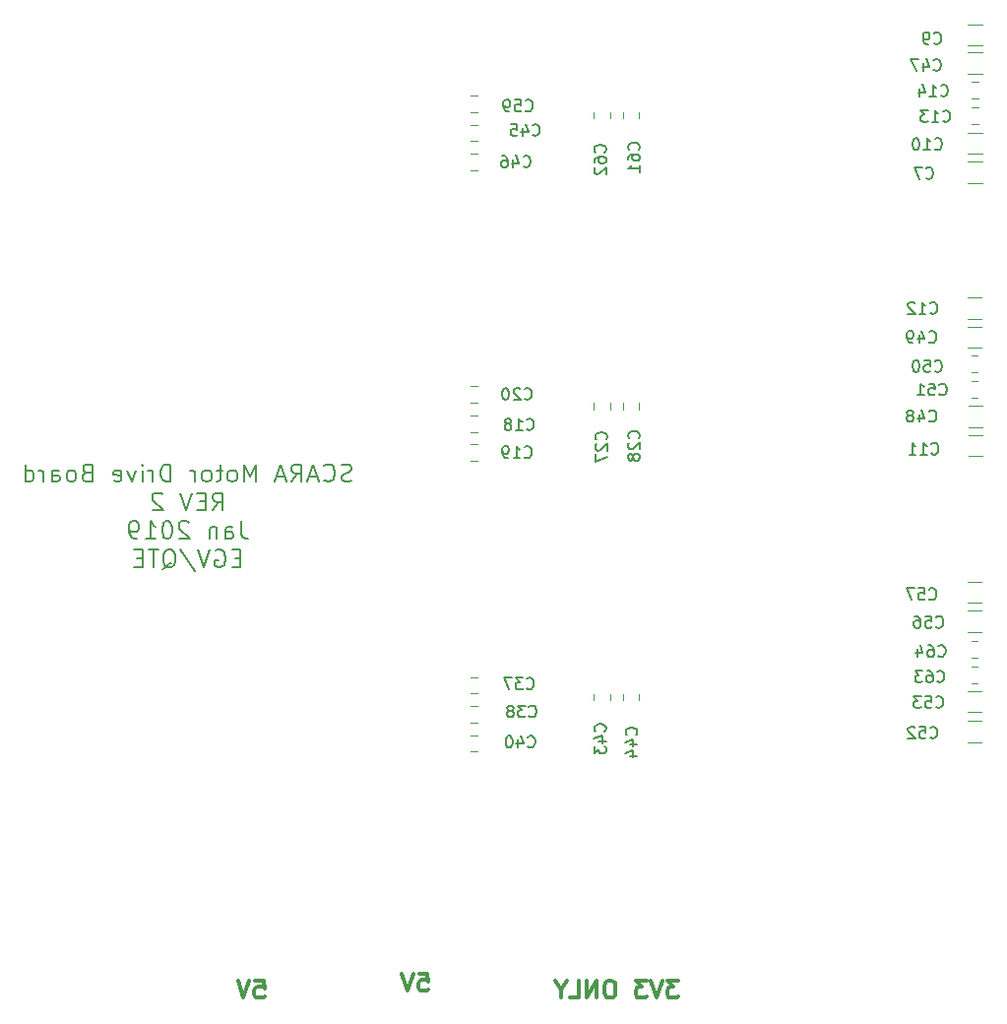
<source format=gbr>
G04 #@! TF.GenerationSoftware,KiCad,Pcbnew,5.0.2+dfsg1-1~bpo9+1*
G04 #@! TF.CreationDate,2020-01-12T11:13:13-05:00*
G04 #@! TF.ProjectId,SCARAMotorFeedbackController,53434152-414d-46f7-946f-724665656462,rev?*
G04 #@! TF.SameCoordinates,Original*
G04 #@! TF.FileFunction,Legend,Bot*
G04 #@! TF.FilePolarity,Positive*
%FSLAX46Y46*%
G04 Gerber Fmt 4.6, Leading zero omitted, Abs format (unit mm)*
G04 Created by KiCad (PCBNEW 5.0.2+dfsg1-1~bpo9+1) date Sun 12 Jan 2020 11:13:13 AM EST*
%MOMM*%
%LPD*%
G01*
G04 APERTURE LIST*
%ADD10C,0.300000*%
%ADD11C,0.200000*%
%ADD12C,0.120000*%
%ADD13C,0.150000*%
G04 APERTURE END LIST*
D10*
X31885714Y8021428D02*
X32600000Y8021428D01*
X32671428Y7307142D01*
X32600000Y7378571D01*
X32457142Y7450000D01*
X32100000Y7450000D01*
X31957142Y7378571D01*
X31885714Y7307142D01*
X31814285Y7164285D01*
X31814285Y6807142D01*
X31885714Y6664285D01*
X31957142Y6592857D01*
X32100000Y6521428D01*
X32457142Y6521428D01*
X32600000Y6592857D01*
X32671428Y6664285D01*
X31385714Y8021428D02*
X30885714Y6521428D01*
X30385714Y8021428D01*
X45985714Y8621428D02*
X46700000Y8621428D01*
X46771428Y7907142D01*
X46700000Y7978571D01*
X46557142Y8050000D01*
X46200000Y8050000D01*
X46057142Y7978571D01*
X45985714Y7907142D01*
X45914285Y7764285D01*
X45914285Y7407142D01*
X45985714Y7264285D01*
X46057142Y7192857D01*
X46200000Y7121428D01*
X46557142Y7121428D01*
X46700000Y7192857D01*
X46771428Y7264285D01*
X45485714Y8621428D02*
X44985714Y7121428D01*
X44485714Y8621428D01*
X68250000Y8021428D02*
X67321428Y8021428D01*
X67821428Y7450000D01*
X67607142Y7450000D01*
X67464285Y7378571D01*
X67392857Y7307142D01*
X67321428Y7164285D01*
X67321428Y6807142D01*
X67392857Y6664285D01*
X67464285Y6592857D01*
X67607142Y6521428D01*
X68035714Y6521428D01*
X68178571Y6592857D01*
X68250000Y6664285D01*
X66892857Y8021428D02*
X66392857Y6521428D01*
X65892857Y8021428D01*
X65535714Y8021428D02*
X64607142Y8021428D01*
X65107142Y7450000D01*
X64892857Y7450000D01*
X64750000Y7378571D01*
X64678571Y7307142D01*
X64607142Y7164285D01*
X64607142Y6807142D01*
X64678571Y6664285D01*
X64750000Y6592857D01*
X64892857Y6521428D01*
X65321428Y6521428D01*
X65464285Y6592857D01*
X65535714Y6664285D01*
X62535714Y8021428D02*
X62250000Y8021428D01*
X62107142Y7950000D01*
X61964285Y7807142D01*
X61892857Y7521428D01*
X61892857Y7021428D01*
X61964285Y6735714D01*
X62107142Y6592857D01*
X62250000Y6521428D01*
X62535714Y6521428D01*
X62678571Y6592857D01*
X62821428Y6735714D01*
X62892857Y7021428D01*
X62892857Y7521428D01*
X62821428Y7807142D01*
X62678571Y7950000D01*
X62535714Y8021428D01*
X61250000Y6521428D02*
X61250000Y8021428D01*
X60392857Y6521428D01*
X60392857Y8021428D01*
X58964285Y6521428D02*
X59678571Y6521428D01*
X59678571Y8021428D01*
X58178571Y7235714D02*
X58178571Y6521428D01*
X58678571Y8021428D02*
X58178571Y7235714D01*
X57678571Y8021428D01*
D11*
X40171428Y50967857D02*
X39957142Y50896428D01*
X39600000Y50896428D01*
X39457142Y50967857D01*
X39385714Y51039285D01*
X39314285Y51182142D01*
X39314285Y51325000D01*
X39385714Y51467857D01*
X39457142Y51539285D01*
X39600000Y51610714D01*
X39885714Y51682142D01*
X40028571Y51753571D01*
X40100000Y51825000D01*
X40171428Y51967857D01*
X40171428Y52110714D01*
X40100000Y52253571D01*
X40028571Y52325000D01*
X39885714Y52396428D01*
X39528571Y52396428D01*
X39314285Y52325000D01*
X37814285Y51039285D02*
X37885714Y50967857D01*
X38100000Y50896428D01*
X38242857Y50896428D01*
X38457142Y50967857D01*
X38600000Y51110714D01*
X38671428Y51253571D01*
X38742857Y51539285D01*
X38742857Y51753571D01*
X38671428Y52039285D01*
X38600000Y52182142D01*
X38457142Y52325000D01*
X38242857Y52396428D01*
X38100000Y52396428D01*
X37885714Y52325000D01*
X37814285Y52253571D01*
X37242857Y51325000D02*
X36528571Y51325000D01*
X37385714Y50896428D02*
X36885714Y52396428D01*
X36385714Y50896428D01*
X35028571Y50896428D02*
X35528571Y51610714D01*
X35885714Y50896428D02*
X35885714Y52396428D01*
X35314285Y52396428D01*
X35171428Y52325000D01*
X35100000Y52253571D01*
X35028571Y52110714D01*
X35028571Y51896428D01*
X35100000Y51753571D01*
X35171428Y51682142D01*
X35314285Y51610714D01*
X35885714Y51610714D01*
X34457142Y51325000D02*
X33742857Y51325000D01*
X34600000Y50896428D02*
X34100000Y52396428D01*
X33600000Y50896428D01*
X31957142Y50896428D02*
X31957142Y52396428D01*
X31457142Y51325000D01*
X30957142Y52396428D01*
X30957142Y50896428D01*
X30028571Y50896428D02*
X30171428Y50967857D01*
X30242857Y51039285D01*
X30314285Y51182142D01*
X30314285Y51610714D01*
X30242857Y51753571D01*
X30171428Y51825000D01*
X30028571Y51896428D01*
X29814285Y51896428D01*
X29671428Y51825000D01*
X29600000Y51753571D01*
X29528571Y51610714D01*
X29528571Y51182142D01*
X29600000Y51039285D01*
X29671428Y50967857D01*
X29814285Y50896428D01*
X30028571Y50896428D01*
X29100000Y51896428D02*
X28528571Y51896428D01*
X28885714Y52396428D02*
X28885714Y51110714D01*
X28814285Y50967857D01*
X28671428Y50896428D01*
X28528571Y50896428D01*
X27814285Y50896428D02*
X27957142Y50967857D01*
X28028571Y51039285D01*
X28100000Y51182142D01*
X28100000Y51610714D01*
X28028571Y51753571D01*
X27957142Y51825000D01*
X27814285Y51896428D01*
X27600000Y51896428D01*
X27457142Y51825000D01*
X27385714Y51753571D01*
X27314285Y51610714D01*
X27314285Y51182142D01*
X27385714Y51039285D01*
X27457142Y50967857D01*
X27600000Y50896428D01*
X27814285Y50896428D01*
X26671428Y50896428D02*
X26671428Y51896428D01*
X26671428Y51610714D02*
X26600000Y51753571D01*
X26528571Y51825000D01*
X26385714Y51896428D01*
X26242857Y51896428D01*
X24600000Y50896428D02*
X24600000Y52396428D01*
X24242857Y52396428D01*
X24028571Y52325000D01*
X23885714Y52182142D01*
X23814285Y52039285D01*
X23742857Y51753571D01*
X23742857Y51539285D01*
X23814285Y51253571D01*
X23885714Y51110714D01*
X24028571Y50967857D01*
X24242857Y50896428D01*
X24600000Y50896428D01*
X23100000Y50896428D02*
X23100000Y51896428D01*
X23100000Y51610714D02*
X23028571Y51753571D01*
X22957142Y51825000D01*
X22814285Y51896428D01*
X22671428Y51896428D01*
X22171428Y50896428D02*
X22171428Y51896428D01*
X22171428Y52396428D02*
X22242857Y52325000D01*
X22171428Y52253571D01*
X22100000Y52325000D01*
X22171428Y52396428D01*
X22171428Y52253571D01*
X21600000Y51896428D02*
X21242857Y50896428D01*
X20885714Y51896428D01*
X19742857Y50967857D02*
X19885714Y50896428D01*
X20171428Y50896428D01*
X20314285Y50967857D01*
X20385714Y51110714D01*
X20385714Y51682142D01*
X20314285Y51825000D01*
X20171428Y51896428D01*
X19885714Y51896428D01*
X19742857Y51825000D01*
X19671428Y51682142D01*
X19671428Y51539285D01*
X20385714Y51396428D01*
X17385714Y51682142D02*
X17171428Y51610714D01*
X17100000Y51539285D01*
X17028571Y51396428D01*
X17028571Y51182142D01*
X17100000Y51039285D01*
X17171428Y50967857D01*
X17314285Y50896428D01*
X17885714Y50896428D01*
X17885714Y52396428D01*
X17385714Y52396428D01*
X17242857Y52325000D01*
X17171428Y52253571D01*
X17100000Y52110714D01*
X17100000Y51967857D01*
X17171428Y51825000D01*
X17242857Y51753571D01*
X17385714Y51682142D01*
X17885714Y51682142D01*
X16171428Y50896428D02*
X16314285Y50967857D01*
X16385714Y51039285D01*
X16457142Y51182142D01*
X16457142Y51610714D01*
X16385714Y51753571D01*
X16314285Y51825000D01*
X16171428Y51896428D01*
X15957142Y51896428D01*
X15814285Y51825000D01*
X15742857Y51753571D01*
X15671428Y51610714D01*
X15671428Y51182142D01*
X15742857Y51039285D01*
X15814285Y50967857D01*
X15957142Y50896428D01*
X16171428Y50896428D01*
X14385714Y50896428D02*
X14385714Y51682142D01*
X14457142Y51825000D01*
X14600000Y51896428D01*
X14885714Y51896428D01*
X15028571Y51825000D01*
X14385714Y50967857D02*
X14528571Y50896428D01*
X14885714Y50896428D01*
X15028571Y50967857D01*
X15100000Y51110714D01*
X15100000Y51253571D01*
X15028571Y51396428D01*
X14885714Y51467857D01*
X14528571Y51467857D01*
X14385714Y51539285D01*
X13671428Y50896428D02*
X13671428Y51896428D01*
X13671428Y51610714D02*
X13600000Y51753571D01*
X13528571Y51825000D01*
X13385714Y51896428D01*
X13242857Y51896428D01*
X12100000Y50896428D02*
X12100000Y52396428D01*
X12100000Y50967857D02*
X12242857Y50896428D01*
X12528571Y50896428D01*
X12671428Y50967857D01*
X12742857Y51039285D01*
X12814285Y51182142D01*
X12814285Y51610714D01*
X12742857Y51753571D01*
X12671428Y51825000D01*
X12528571Y51896428D01*
X12242857Y51896428D01*
X12100000Y51825000D01*
X28242857Y48446428D02*
X28742857Y49160714D01*
X29100000Y48446428D02*
X29100000Y49946428D01*
X28528571Y49946428D01*
X28385714Y49875000D01*
X28314285Y49803571D01*
X28242857Y49660714D01*
X28242857Y49446428D01*
X28314285Y49303571D01*
X28385714Y49232142D01*
X28528571Y49160714D01*
X29100000Y49160714D01*
X27600000Y49232142D02*
X27100000Y49232142D01*
X26885714Y48446428D02*
X27600000Y48446428D01*
X27600000Y49946428D01*
X26885714Y49946428D01*
X26457142Y49946428D02*
X25957142Y48446428D01*
X25457142Y49946428D01*
X23885714Y49803571D02*
X23814285Y49875000D01*
X23671428Y49946428D01*
X23314285Y49946428D01*
X23171428Y49875000D01*
X23100000Y49803571D01*
X23028571Y49660714D01*
X23028571Y49517857D01*
X23100000Y49303571D01*
X23957142Y48446428D01*
X23028571Y48446428D01*
X30671428Y47496428D02*
X30671428Y46425000D01*
X30742857Y46210714D01*
X30885714Y46067857D01*
X31100000Y45996428D01*
X31242857Y45996428D01*
X29314285Y45996428D02*
X29314285Y46782142D01*
X29385714Y46925000D01*
X29528571Y46996428D01*
X29814285Y46996428D01*
X29957142Y46925000D01*
X29314285Y46067857D02*
X29457142Y45996428D01*
X29814285Y45996428D01*
X29957142Y46067857D01*
X30028571Y46210714D01*
X30028571Y46353571D01*
X29957142Y46496428D01*
X29814285Y46567857D01*
X29457142Y46567857D01*
X29314285Y46639285D01*
X28600000Y46996428D02*
X28600000Y45996428D01*
X28600000Y46853571D02*
X28528571Y46925000D01*
X28385714Y46996428D01*
X28171428Y46996428D01*
X28028571Y46925000D01*
X27957142Y46782142D01*
X27957142Y45996428D01*
X26171428Y47353571D02*
X26100000Y47425000D01*
X25957142Y47496428D01*
X25600000Y47496428D01*
X25457142Y47425000D01*
X25385714Y47353571D01*
X25314285Y47210714D01*
X25314285Y47067857D01*
X25385714Y46853571D01*
X26242857Y45996428D01*
X25314285Y45996428D01*
X24385714Y47496428D02*
X24242857Y47496428D01*
X24100000Y47425000D01*
X24028571Y47353571D01*
X23957142Y47210714D01*
X23885714Y46925000D01*
X23885714Y46567857D01*
X23957142Y46282142D01*
X24028571Y46139285D01*
X24100000Y46067857D01*
X24242857Y45996428D01*
X24385714Y45996428D01*
X24528571Y46067857D01*
X24600000Y46139285D01*
X24671428Y46282142D01*
X24742857Y46567857D01*
X24742857Y46925000D01*
X24671428Y47210714D01*
X24600000Y47353571D01*
X24528571Y47425000D01*
X24385714Y47496428D01*
X22457142Y45996428D02*
X23314285Y45996428D01*
X22885714Y45996428D02*
X22885714Y47496428D01*
X23028571Y47282142D01*
X23171428Y47139285D01*
X23314285Y47067857D01*
X21742857Y45996428D02*
X21457142Y45996428D01*
X21314285Y46067857D01*
X21242857Y46139285D01*
X21100000Y46353571D01*
X21028571Y46639285D01*
X21028571Y47210714D01*
X21100000Y47353571D01*
X21171428Y47425000D01*
X21314285Y47496428D01*
X21600000Y47496428D01*
X21742857Y47425000D01*
X21814285Y47353571D01*
X21885714Y47210714D01*
X21885714Y46853571D01*
X21814285Y46710714D01*
X21742857Y46639285D01*
X21600000Y46567857D01*
X21314285Y46567857D01*
X21171428Y46639285D01*
X21100000Y46710714D01*
X21028571Y46853571D01*
X30635714Y44332142D02*
X30135714Y44332142D01*
X29921428Y43546428D02*
X30635714Y43546428D01*
X30635714Y45046428D01*
X29921428Y45046428D01*
X28492857Y44975000D02*
X28635714Y45046428D01*
X28850000Y45046428D01*
X29064285Y44975000D01*
X29207142Y44832142D01*
X29278571Y44689285D01*
X29350000Y44403571D01*
X29350000Y44189285D01*
X29278571Y43903571D01*
X29207142Y43760714D01*
X29064285Y43617857D01*
X28850000Y43546428D01*
X28707142Y43546428D01*
X28492857Y43617857D01*
X28421428Y43689285D01*
X28421428Y44189285D01*
X28707142Y44189285D01*
X27992857Y45046428D02*
X27492857Y43546428D01*
X26992857Y45046428D01*
X25421428Y45117857D02*
X26707142Y43189285D01*
X23921428Y43403571D02*
X24064285Y43475000D01*
X24207142Y43617857D01*
X24421428Y43832142D01*
X24564285Y43903571D01*
X24707142Y43903571D01*
X24635714Y43546428D02*
X24778571Y43617857D01*
X24921428Y43760714D01*
X24992857Y44046428D01*
X24992857Y44546428D01*
X24921428Y44832142D01*
X24778571Y44975000D01*
X24635714Y45046428D01*
X24350000Y45046428D01*
X24207142Y44975000D01*
X24064285Y44832142D01*
X23992857Y44546428D01*
X23992857Y44046428D01*
X24064285Y43760714D01*
X24207142Y43617857D01*
X24350000Y43546428D01*
X24635714Y43546428D01*
X23564285Y45046428D02*
X22707142Y45046428D01*
X23135714Y43546428D02*
X23135714Y45046428D01*
X22207142Y44332142D02*
X21707142Y44332142D01*
X21492857Y43546428D02*
X22207142Y43546428D01*
X22207142Y45046428D01*
X21492857Y45046428D01*
D12*
G04 #@! TO.C,C18*
X50961252Y55190000D02*
X50438748Y55190000D01*
X50961252Y56610000D02*
X50438748Y56610000D01*
G04 #@! TO.C,C59*
X50961252Y82690000D02*
X50438748Y82690000D01*
X50961252Y84110000D02*
X50438748Y84110000D01*
G04 #@! TO.C,C61*
X64910000Y82138748D02*
X64910000Y82661252D01*
X63490000Y82138748D02*
X63490000Y82661252D01*
G04 #@! TO.C,C62*
X62410000Y82138748D02*
X62410000Y82661252D01*
X60990000Y82138748D02*
X60990000Y82661252D01*
G04 #@! TO.C,C20*
X50961252Y57690000D02*
X50438748Y57690000D01*
X50961252Y59110000D02*
X50438748Y59110000D01*
G04 #@! TO.C,C27*
X62410000Y57138748D02*
X62410000Y57661252D01*
X60990000Y57138748D02*
X60990000Y57661252D01*
G04 #@! TO.C,C28*
X63490000Y57138748D02*
X63490000Y57661252D01*
X64910000Y57138748D02*
X64910000Y57661252D01*
G04 #@! TO.C,C40*
X50961252Y27690000D02*
X50438748Y27690000D01*
X50961252Y29110000D02*
X50438748Y29110000D01*
G04 #@! TO.C,C43*
X62410000Y32138748D02*
X62410000Y32661252D01*
X60990000Y32138748D02*
X60990000Y32661252D01*
G04 #@! TO.C,C44*
X63490000Y32138748D02*
X63490000Y32661252D01*
X64910000Y32138748D02*
X64910000Y32661252D01*
G04 #@! TO.C,C45*
X50961252Y81610000D02*
X50438748Y81610000D01*
X50961252Y80190000D02*
X50438748Y80190000D01*
G04 #@! TO.C,C46*
X50961252Y77690000D02*
X50438748Y77690000D01*
X50961252Y79110000D02*
X50438748Y79110000D01*
G04 #@! TO.C,C37*
X50961252Y32690000D02*
X50438748Y32690000D01*
X50961252Y34110000D02*
X50438748Y34110000D01*
G04 #@! TO.C,C38*
X50961252Y31610000D02*
X50438748Y31610000D01*
X50961252Y30190000D02*
X50438748Y30190000D01*
G04 #@! TO.C,C19*
X50961252Y54110000D02*
X50438748Y54110000D01*
X50961252Y52690000D02*
X50438748Y52690000D01*
G04 #@! TO.C,C13*
X93538748Y81690000D02*
X94061252Y81690000D01*
X93538748Y83110000D02*
X94061252Y83110000D01*
G04 #@! TO.C,C14*
X93538748Y85310000D02*
X94061252Y85310000D01*
X93538748Y83890000D02*
X94061252Y83890000D01*
G04 #@! TO.C,C7*
X93192765Y76590000D02*
X94396893Y76590000D01*
X93192765Y78410000D02*
X94396893Y78410000D01*
G04 #@! TO.C,C9*
X93192765Y90210000D02*
X94396893Y90210000D01*
X93192765Y88390000D02*
X94396893Y88390000D01*
G04 #@! TO.C,C10*
X93192765Y79090000D02*
X94396893Y79090000D01*
X93192765Y80910000D02*
X94396893Y80910000D01*
G04 #@! TO.C,C47*
X93197936Y87810000D02*
X94402064Y87810000D01*
X93197936Y85990000D02*
X94402064Y85990000D01*
G04 #@! TO.C,C11*
X93245811Y53107683D02*
X94449939Y53107683D01*
X93245811Y54927683D02*
X94449939Y54927683D01*
G04 #@! TO.C,C12*
X93145811Y66727683D02*
X94349939Y66727683D01*
X93145811Y64907683D02*
X94349939Y64907683D01*
G04 #@! TO.C,C48*
X93245811Y55607683D02*
X94449939Y55607683D01*
X93245811Y57427683D02*
X94449939Y57427683D01*
G04 #@! TO.C,C49*
X93145811Y64227683D02*
X94349939Y64227683D01*
X93145811Y62407683D02*
X94349939Y62407683D01*
G04 #@! TO.C,C50*
X93486623Y60307683D02*
X94009127Y60307683D01*
X93486623Y61727683D02*
X94009127Y61727683D01*
G04 #@! TO.C,C51*
X93486623Y59527683D02*
X94009127Y59527683D01*
X93486623Y58107683D02*
X94009127Y58107683D01*
G04 #@! TO.C,C52*
X93152638Y28508844D02*
X94356766Y28508844D01*
X93152638Y30328844D02*
X94356766Y30328844D01*
G04 #@! TO.C,C53*
X93152638Y32928844D02*
X94356766Y32928844D01*
X93152638Y31108844D02*
X94356766Y31108844D01*
G04 #@! TO.C,C56*
X93152638Y38008844D02*
X94356766Y38008844D01*
X93152638Y39828844D02*
X94356766Y39828844D01*
G04 #@! TO.C,C57*
X93152638Y42328844D02*
X94356766Y42328844D01*
X93152638Y40508844D02*
X94356766Y40508844D01*
G04 #@! TO.C,C63*
X93493450Y33608844D02*
X94015954Y33608844D01*
X93493450Y35028844D02*
X94015954Y35028844D01*
G04 #@! TO.C,C64*
X93493450Y37228844D02*
X94015954Y37228844D01*
X93493450Y35808844D02*
X94015954Y35808844D01*
G04 #@! TO.C,C18*
D13*
X55242857Y55442857D02*
X55290476Y55395238D01*
X55433333Y55347619D01*
X55528571Y55347619D01*
X55671428Y55395238D01*
X55766666Y55490476D01*
X55814285Y55585714D01*
X55861904Y55776190D01*
X55861904Y55919047D01*
X55814285Y56109523D01*
X55766666Y56204761D01*
X55671428Y56300000D01*
X55528571Y56347619D01*
X55433333Y56347619D01*
X55290476Y56300000D01*
X55242857Y56252380D01*
X54290476Y55347619D02*
X54861904Y55347619D01*
X54576190Y55347619D02*
X54576190Y56347619D01*
X54671428Y56204761D01*
X54766666Y56109523D01*
X54861904Y56061904D01*
X53719047Y55919047D02*
X53814285Y55966666D01*
X53861904Y56014285D01*
X53909523Y56109523D01*
X53909523Y56157142D01*
X53861904Y56252380D01*
X53814285Y56300000D01*
X53719047Y56347619D01*
X53528571Y56347619D01*
X53433333Y56300000D01*
X53385714Y56252380D01*
X53338095Y56157142D01*
X53338095Y56109523D01*
X53385714Y56014285D01*
X53433333Y55966666D01*
X53528571Y55919047D01*
X53719047Y55919047D01*
X53814285Y55871428D01*
X53861904Y55823809D01*
X53909523Y55728571D01*
X53909523Y55538095D01*
X53861904Y55442857D01*
X53814285Y55395238D01*
X53719047Y55347619D01*
X53528571Y55347619D01*
X53433333Y55395238D01*
X53385714Y55442857D01*
X53338095Y55538095D01*
X53338095Y55728571D01*
X53385714Y55823809D01*
X53433333Y55871428D01*
X53528571Y55919047D01*
G04 #@! TO.C,C59*
X55142857Y82842857D02*
X55190476Y82795238D01*
X55333333Y82747619D01*
X55428571Y82747619D01*
X55571428Y82795238D01*
X55666666Y82890476D01*
X55714285Y82985714D01*
X55761904Y83176190D01*
X55761904Y83319047D01*
X55714285Y83509523D01*
X55666666Y83604761D01*
X55571428Y83700000D01*
X55428571Y83747619D01*
X55333333Y83747619D01*
X55190476Y83700000D01*
X55142857Y83652380D01*
X54238095Y83747619D02*
X54714285Y83747619D01*
X54761904Y83271428D01*
X54714285Y83319047D01*
X54619047Y83366666D01*
X54380952Y83366666D01*
X54285714Y83319047D01*
X54238095Y83271428D01*
X54190476Y83176190D01*
X54190476Y82938095D01*
X54238095Y82842857D01*
X54285714Y82795238D01*
X54380952Y82747619D01*
X54619047Y82747619D01*
X54714285Y82795238D01*
X54761904Y82842857D01*
X53714285Y82747619D02*
X53523809Y82747619D01*
X53428571Y82795238D01*
X53380952Y82842857D01*
X53285714Y82985714D01*
X53238095Y83176190D01*
X53238095Y83557142D01*
X53285714Y83652380D01*
X53333333Y83700000D01*
X53428571Y83747619D01*
X53619047Y83747619D01*
X53714285Y83700000D01*
X53761904Y83652380D01*
X53809523Y83557142D01*
X53809523Y83319047D01*
X53761904Y83223809D01*
X53714285Y83176190D01*
X53619047Y83128571D01*
X53428571Y83128571D01*
X53333333Y83176190D01*
X53285714Y83223809D01*
X53238095Y83319047D01*
G04 #@! TO.C,C61*
X64857142Y79442857D02*
X64904761Y79490476D01*
X64952380Y79633333D01*
X64952380Y79728571D01*
X64904761Y79871428D01*
X64809523Y79966666D01*
X64714285Y80014285D01*
X64523809Y80061904D01*
X64380952Y80061904D01*
X64190476Y80014285D01*
X64095238Y79966666D01*
X64000000Y79871428D01*
X63952380Y79728571D01*
X63952380Y79633333D01*
X64000000Y79490476D01*
X64047619Y79442857D01*
X63952380Y78585714D02*
X63952380Y78776190D01*
X64000000Y78871428D01*
X64047619Y78919047D01*
X64190476Y79014285D01*
X64380952Y79061904D01*
X64761904Y79061904D01*
X64857142Y79014285D01*
X64904761Y78966666D01*
X64952380Y78871428D01*
X64952380Y78680952D01*
X64904761Y78585714D01*
X64857142Y78538095D01*
X64761904Y78490476D01*
X64523809Y78490476D01*
X64428571Y78538095D01*
X64380952Y78585714D01*
X64333333Y78680952D01*
X64333333Y78871428D01*
X64380952Y78966666D01*
X64428571Y79014285D01*
X64523809Y79061904D01*
X64952380Y77538095D02*
X64952380Y78109523D01*
X64952380Y77823809D02*
X63952380Y77823809D01*
X64095238Y77919047D01*
X64190476Y78014285D01*
X64238095Y78109523D01*
G04 #@! TO.C,C62*
X61957142Y79242857D02*
X62004761Y79290476D01*
X62052380Y79433333D01*
X62052380Y79528571D01*
X62004761Y79671428D01*
X61909523Y79766666D01*
X61814285Y79814285D01*
X61623809Y79861904D01*
X61480952Y79861904D01*
X61290476Y79814285D01*
X61195238Y79766666D01*
X61100000Y79671428D01*
X61052380Y79528571D01*
X61052380Y79433333D01*
X61100000Y79290476D01*
X61147619Y79242857D01*
X61052380Y78385714D02*
X61052380Y78576190D01*
X61100000Y78671428D01*
X61147619Y78719047D01*
X61290476Y78814285D01*
X61480952Y78861904D01*
X61861904Y78861904D01*
X61957142Y78814285D01*
X62004761Y78766666D01*
X62052380Y78671428D01*
X62052380Y78480952D01*
X62004761Y78385714D01*
X61957142Y78338095D01*
X61861904Y78290476D01*
X61623809Y78290476D01*
X61528571Y78338095D01*
X61480952Y78385714D01*
X61433333Y78480952D01*
X61433333Y78671428D01*
X61480952Y78766666D01*
X61528571Y78814285D01*
X61623809Y78861904D01*
X61147619Y77909523D02*
X61100000Y77861904D01*
X61052380Y77766666D01*
X61052380Y77528571D01*
X61100000Y77433333D01*
X61147619Y77385714D01*
X61242857Y77338095D01*
X61338095Y77338095D01*
X61480952Y77385714D01*
X62052380Y77957142D01*
X62052380Y77338095D01*
G04 #@! TO.C,C20*
X55042857Y58042857D02*
X55090476Y57995238D01*
X55233333Y57947619D01*
X55328571Y57947619D01*
X55471428Y57995238D01*
X55566666Y58090476D01*
X55614285Y58185714D01*
X55661904Y58376190D01*
X55661904Y58519047D01*
X55614285Y58709523D01*
X55566666Y58804761D01*
X55471428Y58900000D01*
X55328571Y58947619D01*
X55233333Y58947619D01*
X55090476Y58900000D01*
X55042857Y58852380D01*
X54661904Y58852380D02*
X54614285Y58900000D01*
X54519047Y58947619D01*
X54280952Y58947619D01*
X54185714Y58900000D01*
X54138095Y58852380D01*
X54090476Y58757142D01*
X54090476Y58661904D01*
X54138095Y58519047D01*
X54709523Y57947619D01*
X54090476Y57947619D01*
X53471428Y58947619D02*
X53376190Y58947619D01*
X53280952Y58900000D01*
X53233333Y58852380D01*
X53185714Y58757142D01*
X53138095Y58566666D01*
X53138095Y58328571D01*
X53185714Y58138095D01*
X53233333Y58042857D01*
X53280952Y57995238D01*
X53376190Y57947619D01*
X53471428Y57947619D01*
X53566666Y57995238D01*
X53614285Y58042857D01*
X53661904Y58138095D01*
X53709523Y58328571D01*
X53709523Y58566666D01*
X53661904Y58757142D01*
X53614285Y58852380D01*
X53566666Y58900000D01*
X53471428Y58947619D01*
G04 #@! TO.C,C27*
X62057142Y54542857D02*
X62104761Y54590476D01*
X62152380Y54733333D01*
X62152380Y54828571D01*
X62104761Y54971428D01*
X62009523Y55066666D01*
X61914285Y55114285D01*
X61723809Y55161904D01*
X61580952Y55161904D01*
X61390476Y55114285D01*
X61295238Y55066666D01*
X61200000Y54971428D01*
X61152380Y54828571D01*
X61152380Y54733333D01*
X61200000Y54590476D01*
X61247619Y54542857D01*
X61247619Y54161904D02*
X61200000Y54114285D01*
X61152380Y54019047D01*
X61152380Y53780952D01*
X61200000Y53685714D01*
X61247619Y53638095D01*
X61342857Y53590476D01*
X61438095Y53590476D01*
X61580952Y53638095D01*
X62152380Y54209523D01*
X62152380Y53590476D01*
X61152380Y53257142D02*
X61152380Y52590476D01*
X62152380Y53019047D01*
G04 #@! TO.C,C28*
X64857142Y54642857D02*
X64904761Y54690476D01*
X64952380Y54833333D01*
X64952380Y54928571D01*
X64904761Y55071428D01*
X64809523Y55166666D01*
X64714285Y55214285D01*
X64523809Y55261904D01*
X64380952Y55261904D01*
X64190476Y55214285D01*
X64095238Y55166666D01*
X64000000Y55071428D01*
X63952380Y54928571D01*
X63952380Y54833333D01*
X64000000Y54690476D01*
X64047619Y54642857D01*
X64047619Y54261904D02*
X64000000Y54214285D01*
X63952380Y54119047D01*
X63952380Y53880952D01*
X64000000Y53785714D01*
X64047619Y53738095D01*
X64142857Y53690476D01*
X64238095Y53690476D01*
X64380952Y53738095D01*
X64952380Y54309523D01*
X64952380Y53690476D01*
X64380952Y53119047D02*
X64333333Y53214285D01*
X64285714Y53261904D01*
X64190476Y53309523D01*
X64142857Y53309523D01*
X64047619Y53261904D01*
X64000000Y53214285D01*
X63952380Y53119047D01*
X63952380Y52928571D01*
X64000000Y52833333D01*
X64047619Y52785714D01*
X64142857Y52738095D01*
X64190476Y52738095D01*
X64285714Y52785714D01*
X64333333Y52833333D01*
X64380952Y52928571D01*
X64380952Y53119047D01*
X64428571Y53214285D01*
X64476190Y53261904D01*
X64571428Y53309523D01*
X64761904Y53309523D01*
X64857142Y53261904D01*
X64904761Y53214285D01*
X64952380Y53119047D01*
X64952380Y52928571D01*
X64904761Y52833333D01*
X64857142Y52785714D01*
X64761904Y52738095D01*
X64571428Y52738095D01*
X64476190Y52785714D01*
X64428571Y52833333D01*
X64380952Y52928571D01*
G04 #@! TO.C,C40*
X55342857Y28142857D02*
X55390476Y28095238D01*
X55533333Y28047619D01*
X55628571Y28047619D01*
X55771428Y28095238D01*
X55866666Y28190476D01*
X55914285Y28285714D01*
X55961904Y28476190D01*
X55961904Y28619047D01*
X55914285Y28809523D01*
X55866666Y28904761D01*
X55771428Y29000000D01*
X55628571Y29047619D01*
X55533333Y29047619D01*
X55390476Y29000000D01*
X55342857Y28952380D01*
X54485714Y28714285D02*
X54485714Y28047619D01*
X54723809Y29095238D02*
X54961904Y28380952D01*
X54342857Y28380952D01*
X53771428Y29047619D02*
X53676190Y29047619D01*
X53580952Y29000000D01*
X53533333Y28952380D01*
X53485714Y28857142D01*
X53438095Y28666666D01*
X53438095Y28428571D01*
X53485714Y28238095D01*
X53533333Y28142857D01*
X53580952Y28095238D01*
X53676190Y28047619D01*
X53771428Y28047619D01*
X53866666Y28095238D01*
X53914285Y28142857D01*
X53961904Y28238095D01*
X54009523Y28428571D01*
X54009523Y28666666D01*
X53961904Y28857142D01*
X53914285Y28952380D01*
X53866666Y29000000D01*
X53771428Y29047619D01*
G04 #@! TO.C,C43*
X61957142Y29442857D02*
X62004761Y29490476D01*
X62052380Y29633333D01*
X62052380Y29728571D01*
X62004761Y29871428D01*
X61909523Y29966666D01*
X61814285Y30014285D01*
X61623809Y30061904D01*
X61480952Y30061904D01*
X61290476Y30014285D01*
X61195238Y29966666D01*
X61100000Y29871428D01*
X61052380Y29728571D01*
X61052380Y29633333D01*
X61100000Y29490476D01*
X61147619Y29442857D01*
X61385714Y28585714D02*
X62052380Y28585714D01*
X61004761Y28823809D02*
X61719047Y29061904D01*
X61719047Y28442857D01*
X61052380Y28157142D02*
X61052380Y27538095D01*
X61433333Y27871428D01*
X61433333Y27728571D01*
X61480952Y27633333D01*
X61528571Y27585714D01*
X61623809Y27538095D01*
X61861904Y27538095D01*
X61957142Y27585714D01*
X62004761Y27633333D01*
X62052380Y27728571D01*
X62052380Y28014285D01*
X62004761Y28109523D01*
X61957142Y28157142D01*
G04 #@! TO.C,C44*
X64657142Y29142857D02*
X64704761Y29190476D01*
X64752380Y29333333D01*
X64752380Y29428571D01*
X64704761Y29571428D01*
X64609523Y29666666D01*
X64514285Y29714285D01*
X64323809Y29761904D01*
X64180952Y29761904D01*
X63990476Y29714285D01*
X63895238Y29666666D01*
X63800000Y29571428D01*
X63752380Y29428571D01*
X63752380Y29333333D01*
X63800000Y29190476D01*
X63847619Y29142857D01*
X64085714Y28285714D02*
X64752380Y28285714D01*
X63704761Y28523809D02*
X64419047Y28761904D01*
X64419047Y28142857D01*
X64085714Y27333333D02*
X64752380Y27333333D01*
X63704761Y27571428D02*
X64419047Y27809523D01*
X64419047Y27190476D01*
G04 #@! TO.C,C45*
X55742857Y80742857D02*
X55790476Y80695238D01*
X55933333Y80647619D01*
X56028571Y80647619D01*
X56171428Y80695238D01*
X56266666Y80790476D01*
X56314285Y80885714D01*
X56361904Y81076190D01*
X56361904Y81219047D01*
X56314285Y81409523D01*
X56266666Y81504761D01*
X56171428Y81600000D01*
X56028571Y81647619D01*
X55933333Y81647619D01*
X55790476Y81600000D01*
X55742857Y81552380D01*
X54885714Y81314285D02*
X54885714Y80647619D01*
X55123809Y81695238D02*
X55361904Y80980952D01*
X54742857Y80980952D01*
X53885714Y81647619D02*
X54361904Y81647619D01*
X54409523Y81171428D01*
X54361904Y81219047D01*
X54266666Y81266666D01*
X54028571Y81266666D01*
X53933333Y81219047D01*
X53885714Y81171428D01*
X53838095Y81076190D01*
X53838095Y80838095D01*
X53885714Y80742857D01*
X53933333Y80695238D01*
X54028571Y80647619D01*
X54266666Y80647619D01*
X54361904Y80695238D01*
X54409523Y80742857D01*
G04 #@! TO.C,C46*
X54942857Y78042857D02*
X54990476Y77995238D01*
X55133333Y77947619D01*
X55228571Y77947619D01*
X55371428Y77995238D01*
X55466666Y78090476D01*
X55514285Y78185714D01*
X55561904Y78376190D01*
X55561904Y78519047D01*
X55514285Y78709523D01*
X55466666Y78804761D01*
X55371428Y78900000D01*
X55228571Y78947619D01*
X55133333Y78947619D01*
X54990476Y78900000D01*
X54942857Y78852380D01*
X54085714Y78614285D02*
X54085714Y77947619D01*
X54323809Y78995238D02*
X54561904Y78280952D01*
X53942857Y78280952D01*
X53133333Y78947619D02*
X53323809Y78947619D01*
X53419047Y78900000D01*
X53466666Y78852380D01*
X53561904Y78709523D01*
X53609523Y78519047D01*
X53609523Y78138095D01*
X53561904Y78042857D01*
X53514285Y77995238D01*
X53419047Y77947619D01*
X53228571Y77947619D01*
X53133333Y77995238D01*
X53085714Y78042857D01*
X53038095Y78138095D01*
X53038095Y78376190D01*
X53085714Y78471428D01*
X53133333Y78519047D01*
X53228571Y78566666D01*
X53419047Y78566666D01*
X53514285Y78519047D01*
X53561904Y78471428D01*
X53609523Y78376190D01*
G04 #@! TO.C,C37*
X55242857Y33142857D02*
X55290476Y33095238D01*
X55433333Y33047619D01*
X55528571Y33047619D01*
X55671428Y33095238D01*
X55766666Y33190476D01*
X55814285Y33285714D01*
X55861904Y33476190D01*
X55861904Y33619047D01*
X55814285Y33809523D01*
X55766666Y33904761D01*
X55671428Y34000000D01*
X55528571Y34047619D01*
X55433333Y34047619D01*
X55290476Y34000000D01*
X55242857Y33952380D01*
X54909523Y34047619D02*
X54290476Y34047619D01*
X54623809Y33666666D01*
X54480952Y33666666D01*
X54385714Y33619047D01*
X54338095Y33571428D01*
X54290476Y33476190D01*
X54290476Y33238095D01*
X54338095Y33142857D01*
X54385714Y33095238D01*
X54480952Y33047619D01*
X54766666Y33047619D01*
X54861904Y33095238D01*
X54909523Y33142857D01*
X53957142Y34047619D02*
X53290476Y34047619D01*
X53719047Y33047619D01*
G04 #@! TO.C,C38*
X55442857Y30742857D02*
X55490476Y30695238D01*
X55633333Y30647619D01*
X55728571Y30647619D01*
X55871428Y30695238D01*
X55966666Y30790476D01*
X56014285Y30885714D01*
X56061904Y31076190D01*
X56061904Y31219047D01*
X56014285Y31409523D01*
X55966666Y31504761D01*
X55871428Y31600000D01*
X55728571Y31647619D01*
X55633333Y31647619D01*
X55490476Y31600000D01*
X55442857Y31552380D01*
X55109523Y31647619D02*
X54490476Y31647619D01*
X54823809Y31266666D01*
X54680952Y31266666D01*
X54585714Y31219047D01*
X54538095Y31171428D01*
X54490476Y31076190D01*
X54490476Y30838095D01*
X54538095Y30742857D01*
X54585714Y30695238D01*
X54680952Y30647619D01*
X54966666Y30647619D01*
X55061904Y30695238D01*
X55109523Y30742857D01*
X53919047Y31219047D02*
X54014285Y31266666D01*
X54061904Y31314285D01*
X54109523Y31409523D01*
X54109523Y31457142D01*
X54061904Y31552380D01*
X54014285Y31600000D01*
X53919047Y31647619D01*
X53728571Y31647619D01*
X53633333Y31600000D01*
X53585714Y31552380D01*
X53538095Y31457142D01*
X53538095Y31409523D01*
X53585714Y31314285D01*
X53633333Y31266666D01*
X53728571Y31219047D01*
X53919047Y31219047D01*
X54014285Y31171428D01*
X54061904Y31123809D01*
X54109523Y31028571D01*
X54109523Y30838095D01*
X54061904Y30742857D01*
X54014285Y30695238D01*
X53919047Y30647619D01*
X53728571Y30647619D01*
X53633333Y30695238D01*
X53585714Y30742857D01*
X53538095Y30838095D01*
X53538095Y31028571D01*
X53585714Y31123809D01*
X53633333Y31171428D01*
X53728571Y31219047D01*
G04 #@! TO.C,C19*
X55042857Y53042857D02*
X55090476Y52995238D01*
X55233333Y52947619D01*
X55328571Y52947619D01*
X55471428Y52995238D01*
X55566666Y53090476D01*
X55614285Y53185714D01*
X55661904Y53376190D01*
X55661904Y53519047D01*
X55614285Y53709523D01*
X55566666Y53804761D01*
X55471428Y53900000D01*
X55328571Y53947619D01*
X55233333Y53947619D01*
X55090476Y53900000D01*
X55042857Y53852380D01*
X54090476Y52947619D02*
X54661904Y52947619D01*
X54376190Y52947619D02*
X54376190Y53947619D01*
X54471428Y53804761D01*
X54566666Y53709523D01*
X54661904Y53661904D01*
X53614285Y52947619D02*
X53423809Y52947619D01*
X53328571Y52995238D01*
X53280952Y53042857D01*
X53185714Y53185714D01*
X53138095Y53376190D01*
X53138095Y53757142D01*
X53185714Y53852380D01*
X53233333Y53900000D01*
X53328571Y53947619D01*
X53519047Y53947619D01*
X53614285Y53900000D01*
X53661904Y53852380D01*
X53709523Y53757142D01*
X53709523Y53519047D01*
X53661904Y53423809D01*
X53614285Y53376190D01*
X53519047Y53328571D01*
X53328571Y53328571D01*
X53233333Y53376190D01*
X53185714Y53423809D01*
X53138095Y53519047D01*
G04 #@! TO.C,C13*
X91042857Y81942857D02*
X91090476Y81895238D01*
X91233333Y81847619D01*
X91328571Y81847619D01*
X91471428Y81895238D01*
X91566666Y81990476D01*
X91614285Y82085714D01*
X91661904Y82276190D01*
X91661904Y82419047D01*
X91614285Y82609523D01*
X91566666Y82704761D01*
X91471428Y82800000D01*
X91328571Y82847619D01*
X91233333Y82847619D01*
X91090476Y82800000D01*
X91042857Y82752380D01*
X90090476Y81847619D02*
X90661904Y81847619D01*
X90376190Y81847619D02*
X90376190Y82847619D01*
X90471428Y82704761D01*
X90566666Y82609523D01*
X90661904Y82561904D01*
X89757142Y82847619D02*
X89138095Y82847619D01*
X89471428Y82466666D01*
X89328571Y82466666D01*
X89233333Y82419047D01*
X89185714Y82371428D01*
X89138095Y82276190D01*
X89138095Y82038095D01*
X89185714Y81942857D01*
X89233333Y81895238D01*
X89328571Y81847619D01*
X89614285Y81847619D01*
X89709523Y81895238D01*
X89757142Y81942857D01*
G04 #@! TO.C,C14*
X90842857Y84142857D02*
X90890476Y84095238D01*
X91033333Y84047619D01*
X91128571Y84047619D01*
X91271428Y84095238D01*
X91366666Y84190476D01*
X91414285Y84285714D01*
X91461904Y84476190D01*
X91461904Y84619047D01*
X91414285Y84809523D01*
X91366666Y84904761D01*
X91271428Y85000000D01*
X91128571Y85047619D01*
X91033333Y85047619D01*
X90890476Y85000000D01*
X90842857Y84952380D01*
X89890476Y84047619D02*
X90461904Y84047619D01*
X90176190Y84047619D02*
X90176190Y85047619D01*
X90271428Y84904761D01*
X90366666Y84809523D01*
X90461904Y84761904D01*
X89033333Y84714285D02*
X89033333Y84047619D01*
X89271428Y85095238D02*
X89509523Y84380952D01*
X88890476Y84380952D01*
G04 #@! TO.C,C7*
X89566666Y77042857D02*
X89614285Y76995238D01*
X89757142Y76947619D01*
X89852380Y76947619D01*
X89995238Y76995238D01*
X90090476Y77090476D01*
X90138095Y77185714D01*
X90185714Y77376190D01*
X90185714Y77519047D01*
X90138095Y77709523D01*
X90090476Y77804761D01*
X89995238Y77900000D01*
X89852380Y77947619D01*
X89757142Y77947619D01*
X89614285Y77900000D01*
X89566666Y77852380D01*
X89233333Y77947619D02*
X88566666Y77947619D01*
X88995238Y76947619D01*
G04 #@! TO.C,C9*
X90266666Y88642857D02*
X90314285Y88595238D01*
X90457142Y88547619D01*
X90552380Y88547619D01*
X90695238Y88595238D01*
X90790476Y88690476D01*
X90838095Y88785714D01*
X90885714Y88976190D01*
X90885714Y89119047D01*
X90838095Y89309523D01*
X90790476Y89404761D01*
X90695238Y89500000D01*
X90552380Y89547619D01*
X90457142Y89547619D01*
X90314285Y89500000D01*
X90266666Y89452380D01*
X89790476Y88547619D02*
X89600000Y88547619D01*
X89504761Y88595238D01*
X89457142Y88642857D01*
X89361904Y88785714D01*
X89314285Y88976190D01*
X89314285Y89357142D01*
X89361904Y89452380D01*
X89409523Y89500000D01*
X89504761Y89547619D01*
X89695238Y89547619D01*
X89790476Y89500000D01*
X89838095Y89452380D01*
X89885714Y89357142D01*
X89885714Y89119047D01*
X89838095Y89023809D01*
X89790476Y88976190D01*
X89695238Y88928571D01*
X89504761Y88928571D01*
X89409523Y88976190D01*
X89361904Y89023809D01*
X89314285Y89119047D01*
G04 #@! TO.C,C10*
X90342857Y79542857D02*
X90390476Y79495238D01*
X90533333Y79447619D01*
X90628571Y79447619D01*
X90771428Y79495238D01*
X90866666Y79590476D01*
X90914285Y79685714D01*
X90961904Y79876190D01*
X90961904Y80019047D01*
X90914285Y80209523D01*
X90866666Y80304761D01*
X90771428Y80400000D01*
X90628571Y80447619D01*
X90533333Y80447619D01*
X90390476Y80400000D01*
X90342857Y80352380D01*
X89390476Y79447619D02*
X89961904Y79447619D01*
X89676190Y79447619D02*
X89676190Y80447619D01*
X89771428Y80304761D01*
X89866666Y80209523D01*
X89961904Y80161904D01*
X88771428Y80447619D02*
X88676190Y80447619D01*
X88580952Y80400000D01*
X88533333Y80352380D01*
X88485714Y80257142D01*
X88438095Y80066666D01*
X88438095Y79828571D01*
X88485714Y79638095D01*
X88533333Y79542857D01*
X88580952Y79495238D01*
X88676190Y79447619D01*
X88771428Y79447619D01*
X88866666Y79495238D01*
X88914285Y79542857D01*
X88961904Y79638095D01*
X89009523Y79828571D01*
X89009523Y80066666D01*
X88961904Y80257142D01*
X88914285Y80352380D01*
X88866666Y80400000D01*
X88771428Y80447619D01*
G04 #@! TO.C,C47*
X90242857Y86342857D02*
X90290476Y86295238D01*
X90433333Y86247619D01*
X90528571Y86247619D01*
X90671428Y86295238D01*
X90766666Y86390476D01*
X90814285Y86485714D01*
X90861904Y86676190D01*
X90861904Y86819047D01*
X90814285Y87009523D01*
X90766666Y87104761D01*
X90671428Y87200000D01*
X90528571Y87247619D01*
X90433333Y87247619D01*
X90290476Y87200000D01*
X90242857Y87152380D01*
X89385714Y86914285D02*
X89385714Y86247619D01*
X89623809Y87295238D02*
X89861904Y86580952D01*
X89242857Y86580952D01*
X88957142Y87247619D02*
X88290476Y87247619D01*
X88719047Y86247619D01*
G04 #@! TO.C,C11*
X90042857Y53342857D02*
X90090476Y53295238D01*
X90233333Y53247619D01*
X90328571Y53247619D01*
X90471428Y53295238D01*
X90566666Y53390476D01*
X90614285Y53485714D01*
X90661904Y53676190D01*
X90661904Y53819047D01*
X90614285Y54009523D01*
X90566666Y54104761D01*
X90471428Y54200000D01*
X90328571Y54247619D01*
X90233333Y54247619D01*
X90090476Y54200000D01*
X90042857Y54152380D01*
X89090476Y53247619D02*
X89661904Y53247619D01*
X89376190Y53247619D02*
X89376190Y54247619D01*
X89471428Y54104761D01*
X89566666Y54009523D01*
X89661904Y53961904D01*
X88138095Y53247619D02*
X88709523Y53247619D01*
X88423809Y53247619D02*
X88423809Y54247619D01*
X88519047Y54104761D01*
X88614285Y54009523D01*
X88709523Y53961904D01*
G04 #@! TO.C,C12*
X89942857Y65442857D02*
X89990476Y65395238D01*
X90133333Y65347619D01*
X90228571Y65347619D01*
X90371428Y65395238D01*
X90466666Y65490476D01*
X90514285Y65585714D01*
X90561904Y65776190D01*
X90561904Y65919047D01*
X90514285Y66109523D01*
X90466666Y66204761D01*
X90371428Y66300000D01*
X90228571Y66347619D01*
X90133333Y66347619D01*
X89990476Y66300000D01*
X89942857Y66252380D01*
X88990476Y65347619D02*
X89561904Y65347619D01*
X89276190Y65347619D02*
X89276190Y66347619D01*
X89371428Y66204761D01*
X89466666Y66109523D01*
X89561904Y66061904D01*
X88609523Y66252380D02*
X88561904Y66300000D01*
X88466666Y66347619D01*
X88228571Y66347619D01*
X88133333Y66300000D01*
X88085714Y66252380D01*
X88038095Y66157142D01*
X88038095Y66061904D01*
X88085714Y65919047D01*
X88657142Y65347619D01*
X88038095Y65347619D01*
G04 #@! TO.C,C48*
X89842857Y56142857D02*
X89890476Y56095238D01*
X90033333Y56047619D01*
X90128571Y56047619D01*
X90271428Y56095238D01*
X90366666Y56190476D01*
X90414285Y56285714D01*
X90461904Y56476190D01*
X90461904Y56619047D01*
X90414285Y56809523D01*
X90366666Y56904761D01*
X90271428Y57000000D01*
X90128571Y57047619D01*
X90033333Y57047619D01*
X89890476Y57000000D01*
X89842857Y56952380D01*
X88985714Y56714285D02*
X88985714Y56047619D01*
X89223809Y57095238D02*
X89461904Y56380952D01*
X88842857Y56380952D01*
X88319047Y56619047D02*
X88414285Y56666666D01*
X88461904Y56714285D01*
X88509523Y56809523D01*
X88509523Y56857142D01*
X88461904Y56952380D01*
X88414285Y57000000D01*
X88319047Y57047619D01*
X88128571Y57047619D01*
X88033333Y57000000D01*
X87985714Y56952380D01*
X87938095Y56857142D01*
X87938095Y56809523D01*
X87985714Y56714285D01*
X88033333Y56666666D01*
X88128571Y56619047D01*
X88319047Y56619047D01*
X88414285Y56571428D01*
X88461904Y56523809D01*
X88509523Y56428571D01*
X88509523Y56238095D01*
X88461904Y56142857D01*
X88414285Y56095238D01*
X88319047Y56047619D01*
X88128571Y56047619D01*
X88033333Y56095238D01*
X87985714Y56142857D01*
X87938095Y56238095D01*
X87938095Y56428571D01*
X87985714Y56523809D01*
X88033333Y56571428D01*
X88128571Y56619047D01*
G04 #@! TO.C,C49*
X89842857Y62942857D02*
X89890476Y62895238D01*
X90033333Y62847619D01*
X90128571Y62847619D01*
X90271428Y62895238D01*
X90366666Y62990476D01*
X90414285Y63085714D01*
X90461904Y63276190D01*
X90461904Y63419047D01*
X90414285Y63609523D01*
X90366666Y63704761D01*
X90271428Y63800000D01*
X90128571Y63847619D01*
X90033333Y63847619D01*
X89890476Y63800000D01*
X89842857Y63752380D01*
X88985714Y63514285D02*
X88985714Y62847619D01*
X89223809Y63895238D02*
X89461904Y63180952D01*
X88842857Y63180952D01*
X88414285Y62847619D02*
X88223809Y62847619D01*
X88128571Y62895238D01*
X88080952Y62942857D01*
X87985714Y63085714D01*
X87938095Y63276190D01*
X87938095Y63657142D01*
X87985714Y63752380D01*
X88033333Y63800000D01*
X88128571Y63847619D01*
X88319047Y63847619D01*
X88414285Y63800000D01*
X88461904Y63752380D01*
X88509523Y63657142D01*
X88509523Y63419047D01*
X88461904Y63323809D01*
X88414285Y63276190D01*
X88319047Y63228571D01*
X88128571Y63228571D01*
X88033333Y63276190D01*
X87985714Y63323809D01*
X87938095Y63419047D01*
G04 #@! TO.C,C50*
X90342857Y60442857D02*
X90390476Y60395238D01*
X90533333Y60347619D01*
X90628571Y60347619D01*
X90771428Y60395238D01*
X90866666Y60490476D01*
X90914285Y60585714D01*
X90961904Y60776190D01*
X90961904Y60919047D01*
X90914285Y61109523D01*
X90866666Y61204761D01*
X90771428Y61300000D01*
X90628571Y61347619D01*
X90533333Y61347619D01*
X90390476Y61300000D01*
X90342857Y61252380D01*
X89438095Y61347619D02*
X89914285Y61347619D01*
X89961904Y60871428D01*
X89914285Y60919047D01*
X89819047Y60966666D01*
X89580952Y60966666D01*
X89485714Y60919047D01*
X89438095Y60871428D01*
X89390476Y60776190D01*
X89390476Y60538095D01*
X89438095Y60442857D01*
X89485714Y60395238D01*
X89580952Y60347619D01*
X89819047Y60347619D01*
X89914285Y60395238D01*
X89961904Y60442857D01*
X88771428Y61347619D02*
X88676190Y61347619D01*
X88580952Y61300000D01*
X88533333Y61252380D01*
X88485714Y61157142D01*
X88438095Y60966666D01*
X88438095Y60728571D01*
X88485714Y60538095D01*
X88533333Y60442857D01*
X88580952Y60395238D01*
X88676190Y60347619D01*
X88771428Y60347619D01*
X88866666Y60395238D01*
X88914285Y60442857D01*
X88961904Y60538095D01*
X89009523Y60728571D01*
X89009523Y60966666D01*
X88961904Y61157142D01*
X88914285Y61252380D01*
X88866666Y61300000D01*
X88771428Y61347619D01*
G04 #@! TO.C,C51*
X90742857Y58442857D02*
X90790476Y58395238D01*
X90933333Y58347619D01*
X91028571Y58347619D01*
X91171428Y58395238D01*
X91266666Y58490476D01*
X91314285Y58585714D01*
X91361904Y58776190D01*
X91361904Y58919047D01*
X91314285Y59109523D01*
X91266666Y59204761D01*
X91171428Y59300000D01*
X91028571Y59347619D01*
X90933333Y59347619D01*
X90790476Y59300000D01*
X90742857Y59252380D01*
X89838095Y59347619D02*
X90314285Y59347619D01*
X90361904Y58871428D01*
X90314285Y58919047D01*
X90219047Y58966666D01*
X89980952Y58966666D01*
X89885714Y58919047D01*
X89838095Y58871428D01*
X89790476Y58776190D01*
X89790476Y58538095D01*
X89838095Y58442857D01*
X89885714Y58395238D01*
X89980952Y58347619D01*
X90219047Y58347619D01*
X90314285Y58395238D01*
X90361904Y58442857D01*
X88838095Y58347619D02*
X89409523Y58347619D01*
X89123809Y58347619D02*
X89123809Y59347619D01*
X89219047Y59204761D01*
X89314285Y59109523D01*
X89409523Y59061904D01*
G04 #@! TO.C,C52*
X89942857Y28942857D02*
X89990476Y28895238D01*
X90133333Y28847619D01*
X90228571Y28847619D01*
X90371428Y28895238D01*
X90466666Y28990476D01*
X90514285Y29085714D01*
X90561904Y29276190D01*
X90561904Y29419047D01*
X90514285Y29609523D01*
X90466666Y29704761D01*
X90371428Y29800000D01*
X90228571Y29847619D01*
X90133333Y29847619D01*
X89990476Y29800000D01*
X89942857Y29752380D01*
X89038095Y29847619D02*
X89514285Y29847619D01*
X89561904Y29371428D01*
X89514285Y29419047D01*
X89419047Y29466666D01*
X89180952Y29466666D01*
X89085714Y29419047D01*
X89038095Y29371428D01*
X88990476Y29276190D01*
X88990476Y29038095D01*
X89038095Y28942857D01*
X89085714Y28895238D01*
X89180952Y28847619D01*
X89419047Y28847619D01*
X89514285Y28895238D01*
X89561904Y28942857D01*
X88609523Y29752380D02*
X88561904Y29800000D01*
X88466666Y29847619D01*
X88228571Y29847619D01*
X88133333Y29800000D01*
X88085714Y29752380D01*
X88038095Y29657142D01*
X88038095Y29561904D01*
X88085714Y29419047D01*
X88657142Y28847619D01*
X88038095Y28847619D01*
G04 #@! TO.C,C53*
X90442857Y31542857D02*
X90490476Y31495238D01*
X90633333Y31447619D01*
X90728571Y31447619D01*
X90871428Y31495238D01*
X90966666Y31590476D01*
X91014285Y31685714D01*
X91061904Y31876190D01*
X91061904Y32019047D01*
X91014285Y32209523D01*
X90966666Y32304761D01*
X90871428Y32400000D01*
X90728571Y32447619D01*
X90633333Y32447619D01*
X90490476Y32400000D01*
X90442857Y32352380D01*
X89538095Y32447619D02*
X90014285Y32447619D01*
X90061904Y31971428D01*
X90014285Y32019047D01*
X89919047Y32066666D01*
X89680952Y32066666D01*
X89585714Y32019047D01*
X89538095Y31971428D01*
X89490476Y31876190D01*
X89490476Y31638095D01*
X89538095Y31542857D01*
X89585714Y31495238D01*
X89680952Y31447619D01*
X89919047Y31447619D01*
X90014285Y31495238D01*
X90061904Y31542857D01*
X89157142Y32447619D02*
X88538095Y32447619D01*
X88871428Y32066666D01*
X88728571Y32066666D01*
X88633333Y32019047D01*
X88585714Y31971428D01*
X88538095Y31876190D01*
X88538095Y31638095D01*
X88585714Y31542857D01*
X88633333Y31495238D01*
X88728571Y31447619D01*
X89014285Y31447619D01*
X89109523Y31495238D01*
X89157142Y31542857D01*
G04 #@! TO.C,C56*
X90442857Y38442857D02*
X90490476Y38395238D01*
X90633333Y38347619D01*
X90728571Y38347619D01*
X90871428Y38395238D01*
X90966666Y38490476D01*
X91014285Y38585714D01*
X91061904Y38776190D01*
X91061904Y38919047D01*
X91014285Y39109523D01*
X90966666Y39204761D01*
X90871428Y39300000D01*
X90728571Y39347619D01*
X90633333Y39347619D01*
X90490476Y39300000D01*
X90442857Y39252380D01*
X89538095Y39347619D02*
X90014285Y39347619D01*
X90061904Y38871428D01*
X90014285Y38919047D01*
X89919047Y38966666D01*
X89680952Y38966666D01*
X89585714Y38919047D01*
X89538095Y38871428D01*
X89490476Y38776190D01*
X89490476Y38538095D01*
X89538095Y38442857D01*
X89585714Y38395238D01*
X89680952Y38347619D01*
X89919047Y38347619D01*
X90014285Y38395238D01*
X90061904Y38442857D01*
X88633333Y39347619D02*
X88823809Y39347619D01*
X88919047Y39300000D01*
X88966666Y39252380D01*
X89061904Y39109523D01*
X89109523Y38919047D01*
X89109523Y38538095D01*
X89061904Y38442857D01*
X89014285Y38395238D01*
X88919047Y38347619D01*
X88728571Y38347619D01*
X88633333Y38395238D01*
X88585714Y38442857D01*
X88538095Y38538095D01*
X88538095Y38776190D01*
X88585714Y38871428D01*
X88633333Y38919047D01*
X88728571Y38966666D01*
X88919047Y38966666D01*
X89014285Y38919047D01*
X89061904Y38871428D01*
X89109523Y38776190D01*
G04 #@! TO.C,C57*
X89842857Y40842857D02*
X89890476Y40795238D01*
X90033333Y40747619D01*
X90128571Y40747619D01*
X90271428Y40795238D01*
X90366666Y40890476D01*
X90414285Y40985714D01*
X90461904Y41176190D01*
X90461904Y41319047D01*
X90414285Y41509523D01*
X90366666Y41604761D01*
X90271428Y41700000D01*
X90128571Y41747619D01*
X90033333Y41747619D01*
X89890476Y41700000D01*
X89842857Y41652380D01*
X88938095Y41747619D02*
X89414285Y41747619D01*
X89461904Y41271428D01*
X89414285Y41319047D01*
X89319047Y41366666D01*
X89080952Y41366666D01*
X88985714Y41319047D01*
X88938095Y41271428D01*
X88890476Y41176190D01*
X88890476Y40938095D01*
X88938095Y40842857D01*
X88985714Y40795238D01*
X89080952Y40747619D01*
X89319047Y40747619D01*
X89414285Y40795238D01*
X89461904Y40842857D01*
X88557142Y41747619D02*
X87890476Y41747619D01*
X88319047Y40747619D01*
G04 #@! TO.C,C63*
X90542857Y33742857D02*
X90590476Y33695238D01*
X90733333Y33647619D01*
X90828571Y33647619D01*
X90971428Y33695238D01*
X91066666Y33790476D01*
X91114285Y33885714D01*
X91161904Y34076190D01*
X91161904Y34219047D01*
X91114285Y34409523D01*
X91066666Y34504761D01*
X90971428Y34600000D01*
X90828571Y34647619D01*
X90733333Y34647619D01*
X90590476Y34600000D01*
X90542857Y34552380D01*
X89685714Y34647619D02*
X89876190Y34647619D01*
X89971428Y34600000D01*
X90019047Y34552380D01*
X90114285Y34409523D01*
X90161904Y34219047D01*
X90161904Y33838095D01*
X90114285Y33742857D01*
X90066666Y33695238D01*
X89971428Y33647619D01*
X89780952Y33647619D01*
X89685714Y33695238D01*
X89638095Y33742857D01*
X89590476Y33838095D01*
X89590476Y34076190D01*
X89638095Y34171428D01*
X89685714Y34219047D01*
X89780952Y34266666D01*
X89971428Y34266666D01*
X90066666Y34219047D01*
X90114285Y34171428D01*
X90161904Y34076190D01*
X89257142Y34647619D02*
X88638095Y34647619D01*
X88971428Y34266666D01*
X88828571Y34266666D01*
X88733333Y34219047D01*
X88685714Y34171428D01*
X88638095Y34076190D01*
X88638095Y33838095D01*
X88685714Y33742857D01*
X88733333Y33695238D01*
X88828571Y33647619D01*
X89114285Y33647619D01*
X89209523Y33695238D01*
X89257142Y33742857D01*
G04 #@! TO.C,C64*
X90642857Y35942857D02*
X90690476Y35895238D01*
X90833333Y35847619D01*
X90928571Y35847619D01*
X91071428Y35895238D01*
X91166666Y35990476D01*
X91214285Y36085714D01*
X91261904Y36276190D01*
X91261904Y36419047D01*
X91214285Y36609523D01*
X91166666Y36704761D01*
X91071428Y36800000D01*
X90928571Y36847619D01*
X90833333Y36847619D01*
X90690476Y36800000D01*
X90642857Y36752380D01*
X89785714Y36847619D02*
X89976190Y36847619D01*
X90071428Y36800000D01*
X90119047Y36752380D01*
X90214285Y36609523D01*
X90261904Y36419047D01*
X90261904Y36038095D01*
X90214285Y35942857D01*
X90166666Y35895238D01*
X90071428Y35847619D01*
X89880952Y35847619D01*
X89785714Y35895238D01*
X89738095Y35942857D01*
X89690476Y36038095D01*
X89690476Y36276190D01*
X89738095Y36371428D01*
X89785714Y36419047D01*
X89880952Y36466666D01*
X90071428Y36466666D01*
X90166666Y36419047D01*
X90214285Y36371428D01*
X90261904Y36276190D01*
X88833333Y36514285D02*
X88833333Y35847619D01*
X89071428Y36895238D02*
X89309523Y36180952D01*
X88690476Y36180952D01*
G04 #@! TD*
M02*

</source>
